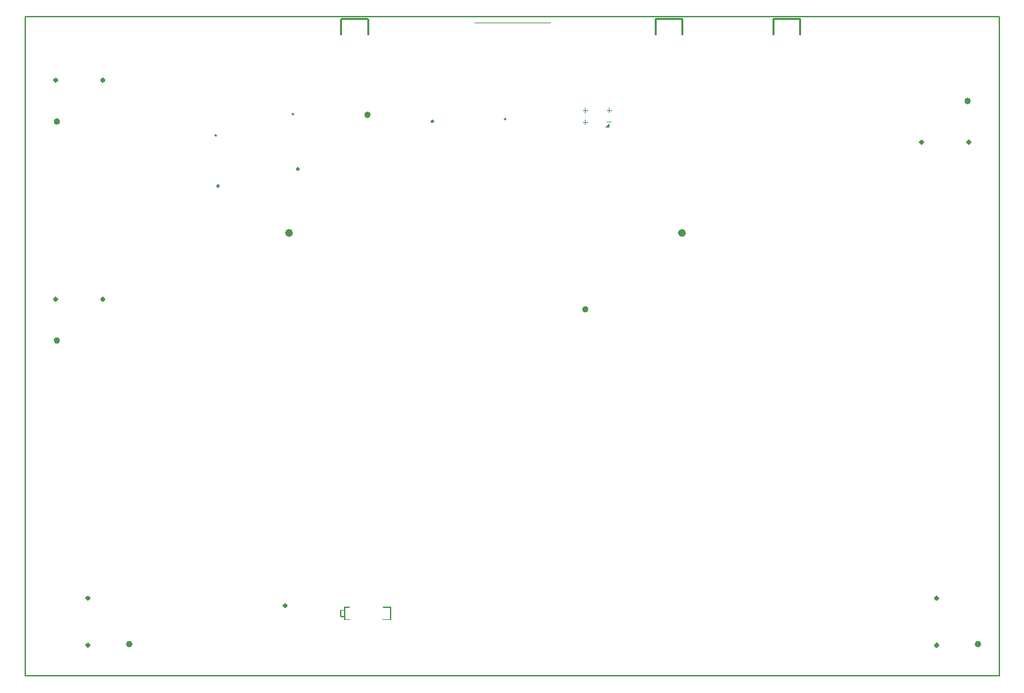
<source format=gbr>
%TF.GenerationSoftware,KiCad,Pcbnew,9.0.4*%
%TF.CreationDate,2025-10-09T22:00:13+02:00*%
%TF.ProjectId,Spikeling_v3.0,5370696b-656c-4696-9e67-5f76332e302e,rev?*%
%TF.SameCoordinates,Original*%
%TF.FileFunction,OtherDrawing,Comment*%
%FSLAX46Y46*%
G04 Gerber Fmt 4.6, Leading zero omitted, Abs format (unit mm)*
G04 Created by KiCad (PCBNEW 9.0.4) date 2025-10-09 22:00:13*
%MOMM*%
%LPD*%
G01*
G04 APERTURE LIST*
%ADD10C,0.150000*%
%ADD11C,0.500000*%
%ADD12C,0.350000*%
%ADD13C,0.400000*%
%ADD14C,0.000000*%
%ADD15C,0.200000*%
%ADD16C,0.254000*%
%ADD17C,0.300000*%
%ADD18C,0.050000*%
%ADD19C,0.250000*%
G04 APERTURE END LIST*
D10*
X98000000Y-48000000D02*
X222000000Y-48000000D01*
X222000000Y-132000000D01*
X98000000Y-132000000D01*
X98000000Y-48000000D01*
D11*
%TO.C,U3*%
X131850000Y-75555000D02*
G75*
G02*
X131350000Y-75555000I-250000J0D01*
G01*
X131350000Y-75555000D02*
G75*
G02*
X131850000Y-75555000I250000J0D01*
G01*
D12*
%TO.C,J4*%
X102075000Y-84000000D02*
G75*
G02*
X101725000Y-84000000I-175000J0D01*
G01*
X101725000Y-84000000D02*
G75*
G02*
X102075000Y-84000000I175000J0D01*
G01*
D13*
X102260000Y-89260000D02*
G75*
G02*
X101860000Y-89260000I-200000J0D01*
G01*
X101860000Y-89260000D02*
G75*
G02*
X102260000Y-89260000I200000J0D01*
G01*
D12*
X108075000Y-84000000D02*
G75*
G02*
X107725000Y-84000000I-175000J0D01*
G01*
X107725000Y-84000000D02*
G75*
G02*
X108075000Y-84000000I175000J0D01*
G01*
%TO.C,J5*%
X214175000Y-122100000D02*
G75*
G02*
X213825000Y-122100000I-175000J0D01*
G01*
X213825000Y-122100000D02*
G75*
G02*
X214175000Y-122100000I175000J0D01*
G01*
X214175000Y-128100000D02*
G75*
G02*
X213825000Y-128100000I-175000J0D01*
G01*
X213825000Y-128100000D02*
G75*
G02*
X214175000Y-128100000I175000J0D01*
G01*
D13*
X219460000Y-127940000D02*
G75*
G02*
X219060000Y-127940000I-200000J0D01*
G01*
X219060000Y-127940000D02*
G75*
G02*
X219460000Y-127940000I200000J0D01*
G01*
%TO.C,U6*%
X141783000Y-60504000D02*
G75*
G02*
X141383000Y-60504000I-200000J0D01*
G01*
X141383000Y-60504000D02*
G75*
G02*
X141783000Y-60504000I200000J0D01*
G01*
%TO.C,U1*%
X169500000Y-85300500D02*
G75*
G02*
X169100000Y-85300500I-200000J0D01*
G01*
X169100000Y-85300500D02*
G75*
G02*
X169500000Y-85300500I200000J0D01*
G01*
D14*
%TO.C,D4*%
G36*
X172400000Y-62105000D02*
G01*
X171800000Y-62105000D01*
X172400000Y-61505000D01*
X172400000Y-62105000D01*
G37*
G36*
X172615000Y-61440000D02*
G01*
X172115000Y-61440000D01*
X172015000Y-61440000D01*
X172015000Y-61340000D01*
X172515000Y-61340000D01*
X172615000Y-61340000D01*
X172615000Y-61440000D01*
G37*
G36*
X169350000Y-59925000D02*
G01*
X169550000Y-59925000D01*
X169650000Y-59925000D01*
X169650000Y-60025000D01*
X169350000Y-60025000D01*
X169350000Y-60325000D01*
X169250000Y-60325000D01*
X169250000Y-60025000D01*
X168950000Y-60025000D01*
X168950000Y-59925000D01*
X169250000Y-59925000D01*
X169250000Y-59625000D01*
X169350000Y-59625000D01*
X169350000Y-59925000D01*
G37*
G36*
X169350000Y-61425000D02*
G01*
X169550000Y-61425000D01*
X169650000Y-61425000D01*
X169650000Y-61525000D01*
X169350000Y-61525000D01*
X169350000Y-61825000D01*
X169250000Y-61825000D01*
X169250000Y-61525000D01*
X168950000Y-61525000D01*
X168950000Y-61425000D01*
X169250000Y-61425000D01*
X169250000Y-61125000D01*
X169350000Y-61125000D01*
X169350000Y-61425000D01*
G37*
G36*
X172415000Y-59890000D02*
G01*
X172615000Y-59890000D01*
X172715000Y-59890000D01*
X172715000Y-59990000D01*
X172415000Y-59990000D01*
X172415000Y-60290000D01*
X172315000Y-60290000D01*
X172315000Y-59990000D01*
X172015000Y-59990000D01*
X172015000Y-59890000D01*
X172315000Y-59890000D01*
X172315000Y-59590000D01*
X172415000Y-59590000D01*
X172415000Y-59890000D01*
G37*
D15*
%TO.C,Q1*%
X132200000Y-60414000D02*
G75*
G02*
X132000000Y-60414000I-100000J0D01*
G01*
X132000000Y-60414000D02*
G75*
G02*
X132200000Y-60414000I100000J0D01*
G01*
D16*
%TO.C,U7*%
X132840500Y-67412000D02*
G75*
G02*
X132586500Y-67412000I-127000J0D01*
G01*
X132586500Y-67412000D02*
G75*
G02*
X132840500Y-67412000I127000J0D01*
G01*
D17*
%TO.C,U5*%
X131250000Y-123050000D02*
G75*
G02*
X130950000Y-123050000I-150000J0D01*
G01*
X130950000Y-123050000D02*
G75*
G02*
X131250000Y-123050000I150000J0D01*
G01*
D12*
%TO.C,J6*%
X212275000Y-64000000D02*
G75*
G02*
X211925000Y-64000000I-175000J0D01*
G01*
X211925000Y-64000000D02*
G75*
G02*
X212275000Y-64000000I175000J0D01*
G01*
D13*
X218140000Y-58740000D02*
G75*
G02*
X217740000Y-58740000I-200000J0D01*
G01*
X217740000Y-58740000D02*
G75*
G02*
X218140000Y-58740000I200000J0D01*
G01*
D12*
X218275000Y-64000000D02*
G75*
G02*
X217925000Y-64000000I-175000J0D01*
G01*
X217925000Y-64000000D02*
G75*
G02*
X218275000Y-64000000I175000J0D01*
G01*
%TO.C,J3*%
X102075000Y-56100000D02*
G75*
G02*
X101725000Y-56100000I-175000J0D01*
G01*
X101725000Y-56100000D02*
G75*
G02*
X102075000Y-56100000I175000J0D01*
G01*
D13*
X102260000Y-61360000D02*
G75*
G02*
X101860000Y-61360000I-200000J0D01*
G01*
X101860000Y-61360000D02*
G75*
G02*
X102260000Y-61360000I200000J0D01*
G01*
D12*
X108075000Y-56100000D02*
G75*
G02*
X107725000Y-56100000I-175000J0D01*
G01*
X107725000Y-56100000D02*
G75*
G02*
X108075000Y-56100000I175000J0D01*
G01*
D18*
%TO.C,J1*%
X164800000Y-48750000D02*
X155200000Y-48750000D01*
D14*
%TO.C,SW3*%
G36*
X181778000Y-48305000D02*
G01*
X181778000Y-50210000D01*
X181778000Y-50337000D01*
X181524000Y-50337000D01*
X181524000Y-48432000D01*
X178349000Y-48432000D01*
X178349000Y-50337000D01*
X178222000Y-50337000D01*
X178095000Y-50337000D01*
X178095000Y-48305000D01*
X178222000Y-48178000D01*
X181651000Y-48178000D01*
X181778000Y-48305000D01*
G37*
%TO.C,SW2*%
G36*
X141778000Y-48305000D02*
G01*
X141778000Y-50210000D01*
X141778000Y-50337000D01*
X141524000Y-50337000D01*
X141524000Y-48432000D01*
X138349000Y-48432000D01*
X138349000Y-50337000D01*
X138222000Y-50337000D01*
X138095000Y-50337000D01*
X138095000Y-48305000D01*
X138222000Y-48178000D01*
X141651000Y-48178000D01*
X141778000Y-48305000D01*
G37*
%TO.C,D3*%
G36*
X138650000Y-123562000D02*
G01*
X138650000Y-123562000D01*
G75*
G02*
X138650000Y-123714000I0J-76000D01*
G01*
X138226000Y-123714000D01*
X138226000Y-124349000D01*
X138650000Y-124349000D01*
G75*
G02*
X138650000Y-124501000I0J-76000D01*
G01*
X138150000Y-124501000D01*
G75*
G02*
X138074000Y-124425000I0J76000D01*
G01*
X138074000Y-123638000D01*
G75*
G02*
X138150000Y-123562000I76000J0D01*
G01*
X138650000Y-123562000D01*
G37*
G36*
X139250000Y-123149000D02*
G01*
X139250000Y-123149000D01*
G75*
G02*
X139250000Y-123301000I0J-76000D01*
G01*
X138726000Y-123301000D01*
X138726000Y-124749000D01*
X139250000Y-124749000D01*
G75*
G02*
X139250000Y-124901000I0J-76000D01*
G01*
X138650000Y-124901000D01*
G75*
G02*
X138574000Y-124825000I0J76000D01*
G01*
X138574000Y-123225000D01*
G75*
G02*
X138650000Y-123149000I76000J0D01*
G01*
X139250000Y-123149000D01*
G37*
G36*
X144550000Y-123149000D02*
G01*
X144550000Y-123149000D01*
G75*
G02*
X144626000Y-123225000I0J-76000D01*
G01*
X144626000Y-124825000D01*
G75*
G02*
X144550000Y-124901000I-76000J0D01*
G01*
X143550000Y-124901000D01*
G75*
G02*
X143550000Y-124749000I0J76000D01*
G01*
X144474000Y-124749000D01*
X144474000Y-123301000D01*
X143550000Y-123301000D01*
G75*
G02*
X143550000Y-123149000I0J76000D01*
G01*
X144550000Y-123149000D01*
G37*
D19*
%TO.C,U10*%
X149965000Y-61340000D02*
G75*
G02*
X149715000Y-61340000I-125000J0D01*
G01*
X149715000Y-61340000D02*
G75*
G02*
X149965000Y-61340000I125000J0D01*
G01*
D11*
%TO.C,U4*%
X181850000Y-75555000D02*
G75*
G02*
X181350000Y-75555000I-250000J0D01*
G01*
X181350000Y-75555000D02*
G75*
G02*
X181850000Y-75555000I250000J0D01*
G01*
D14*
%TO.C,SW4*%
G36*
X196778000Y-48305000D02*
G01*
X196778000Y-50210000D01*
X196778000Y-50337000D01*
X196524000Y-50337000D01*
X196524000Y-48432000D01*
X193349000Y-48432000D01*
X193349000Y-50337000D01*
X193222000Y-50337000D01*
X193095000Y-50337000D01*
X193095000Y-48305000D01*
X193222000Y-48178000D01*
X196651000Y-48178000D01*
X196778000Y-48305000D01*
G37*
D15*
%TO.C,U8*%
X122390000Y-63120000D02*
G75*
G02*
X122190000Y-63120000I-100000J0D01*
G01*
X122190000Y-63120000D02*
G75*
G02*
X122390000Y-63120000I100000J0D01*
G01*
D12*
%TO.C,J2*%
X106175000Y-122100000D02*
G75*
G02*
X105825000Y-122100000I-175000J0D01*
G01*
X105825000Y-122100000D02*
G75*
G02*
X106175000Y-122100000I175000J0D01*
G01*
X106175000Y-128100000D02*
G75*
G02*
X105825000Y-128100000I-175000J0D01*
G01*
X105825000Y-128100000D02*
G75*
G02*
X106175000Y-128100000I175000J0D01*
G01*
D13*
X111460000Y-127940000D02*
G75*
G02*
X111060000Y-127940000I-200000J0D01*
G01*
X111060000Y-127940000D02*
G75*
G02*
X111460000Y-127940000I200000J0D01*
G01*
D19*
%TO.C,U12*%
X122685000Y-69580000D02*
G75*
G02*
X122435000Y-69580000I-125000J0D01*
G01*
X122435000Y-69580000D02*
G75*
G02*
X122685000Y-69580000I125000J0D01*
G01*
D15*
%TO.C,TV1*%
X159210000Y-61050000D02*
G75*
G02*
X159010000Y-61050000I-100000J0D01*
G01*
X159010000Y-61050000D02*
G75*
G02*
X159210000Y-61050000I100000J0D01*
G01*
%TD*%
M02*

</source>
